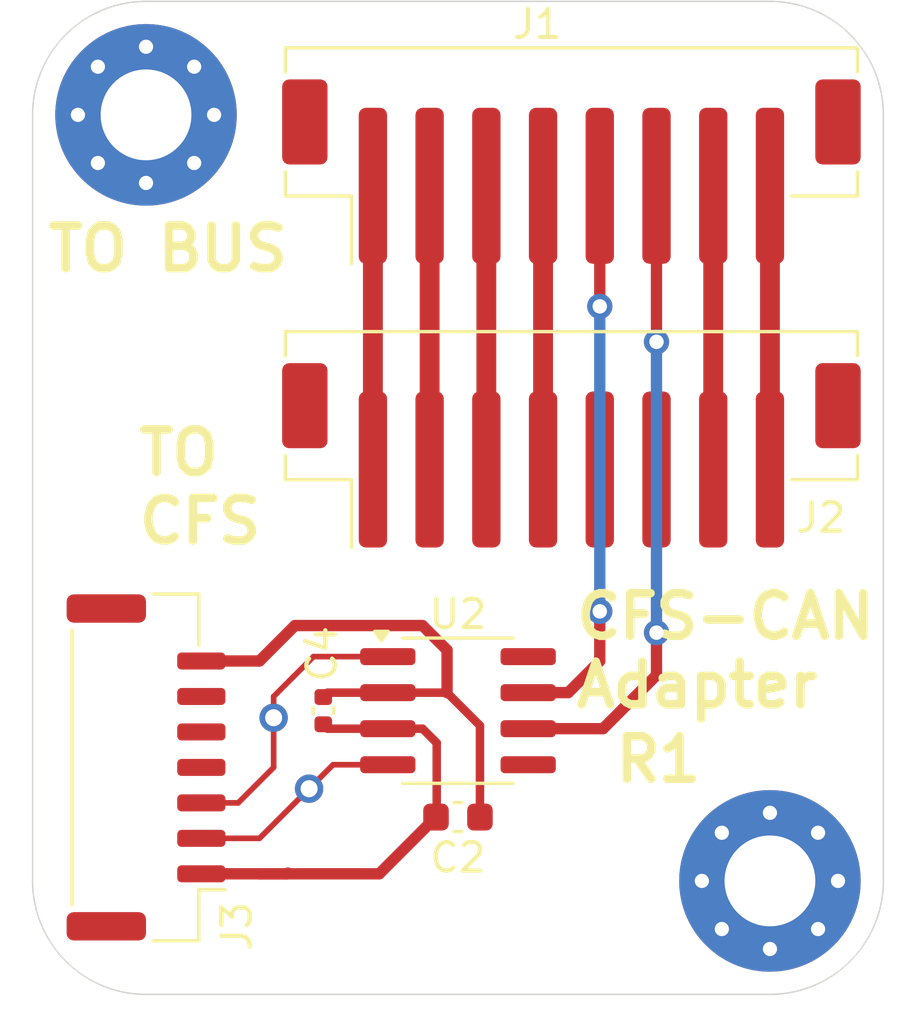
<source format=kicad_pcb>
(kicad_pcb (version 20241229) (generator "pcbnew") (generator_version "9.0")
  (layers (0 "F.Cu" signal) (2 "B.Cu" signal) (13 "F.Paste" user) (15 "B.Paste" user) (5 "F.SilkS" user "F.Silkscreen") (7 "B.SilkS" user "B.Silkscreen") (1 "F.Mask" user) (3 "B.Mask" user) (25 "Edge.Cuts" user))
  (net 0 "")
  (net 1 "/RS485-A")
  (net 2 "Net-(J1-Pin_8)")
  (net 3 "Net-(J1-Pin_2)")
  (net 4 "Net-(J1-Pin_7)")
  (net 5 "/RS485-B")
  (net 6 "Net-(J1-Pin_3)")
  (net 7 "Net-(J1-Pin_4)")
  (net 8 "Net-(J1-Pin_1)")
  (net 12 "3V3")
  (net 14 "GND")
  (net 16 "/CAN0_TX")
  (net 17 "/CAN0_RX")
  (footprint "MountingHole:MountingHole_3.2mm_M3_Pad_Via" (layer "F.Cu") (at 4 -31)
    (property "Reference" "H1" (hide yes))
    (property "Value" "MountingHole")
    (pad "1" thru_hole circle (at -2.4 0) (size 0.8 0.8) (drill 0.5) (layers "*.Cu" "*.Mask"))
    (pad "1" thru_hole circle (at -1.697056 -1.697056) (size 0.8 0.8) (drill 0.5) (layers "*.Cu" "*.Mask"))
    (pad "1" thru_hole circle (at -1.697056 1.697056) (size 0.8 0.8) (drill 0.5) (layers "*.Cu" "*.Mask"))
    (pad "1" thru_hole circle (at 0 -2.4) (size 0.8 0.8) (drill 0.5) (layers "*.Cu" "*.Mask"))
    (pad "1" thru_hole circle (at 0 0) (size 6.4 6.4) (drill 3.2) (layers "*.Cu" "*.Mask"))
    (pad "1" thru_hole circle (at 0 2.4) (size 0.8 0.8) (drill 0.5) (layers "*.Cu" "*.Mask"))
    (pad "1" thru_hole circle (at 1.697056 -1.697056) (size 0.8 0.8) (drill 0.5) (layers "*.Cu" "*.Mask"))
    (pad "1" thru_hole circle (at 1.697056 1.697056) (size 0.8 0.8) (drill 0.5) (layers "*.Cu" "*.Mask"))
    (pad "1" thru_hole circle (at 2.4 0) (size 0.8 0.8) (drill 0.5) (layers "*.Cu" "*.Mask"))
  )
  (footprint "Capacitor_SMD:C_0402_1005Metric" (layer "F.Cu") (at 10.25 -10 -90)
    (property "Reference" "C4" (at -2 0.05 90) (layer "F.SilkS"))
    (property "Value" "1u")
    (fp_line (start -0.107836 0.36) (end 0.107836 0.36) (stroke (width 0.12)) (layer "F.SilkS"))
    (fp_line (start -0.107836 -0.36) (end 0.107836 -0.36) (stroke (width 0.12)) (layer "F.SilkS"))
    (pad "1" smd roundrect (at -0.48 0 270) (size 0.56 0.62) (layers "F.Cu" "F.Mask" "F.Paste") (net 14 "GND"))
    (pad "2" smd roundrect (at 0.48 0 270) (size 0.56 0.62) (layers "F.Cu" "F.Mask" "F.Paste") (net 12 "3V3"))
  )
  (footprint "Connector_JST:JST_GH_BM07B-GHS-TBT_1x07-1MP_P1.25mm_Vertical" (layer "F.Cu") (at 4 -8 90)
    (property "Reference" "J3" (at -5.6 3.2 90) (layer "F.SilkS"))
    (property "Value" "Conn_01x07")
    (fp_line (start -4.84 -2.61) (end 4.84 -2.61) (stroke (width 0.12)) (layer "F.SilkS"))
    (fp_line (start 6.11 0.26) (end 6.11 1.86) (stroke (width 0.12)) (layer "F.SilkS"))
    (fp_line (start -6.11 0.26) (end -6.11 1.86) (stroke (width 0.12)) (layer "F.SilkS"))
    (fp_line (start 6.11 1.86) (end 4.31 1.86) (stroke (width 0.12)) (layer "F.SilkS"))
    (fp_line (start -4.31 1.86) (end -4.31 2.8) (stroke (width 0.12)) (layer "F.SilkS"))
    (fp_line (start -6.11 1.86) (end -4.31 1.86) (stroke (width 0.12)) (layer "F.SilkS"))
    (pad "1" smd roundrect (at -3.75 1.95 90) (size 0.6 1.7) (layers "F.Cu" "F.Mask" "F.Paste") (net 12 "3V3"))
    (pad "2" smd roundrect (at -2.5 1.95 90) (size 0.6 1.7) (layers "F.Cu" "F.Mask" "F.Paste") (net 17 "/CAN0_RX"))
    (pad "3" smd roundrect (at -1.25 1.95 90) (size 0.6 1.7) (layers "F.Cu" "F.Mask" "F.Paste") (net 16 "/CAN0_TX"))
    (pad "4" smd roundrect (at 0 1.95 90) (size 0.6 1.7) (layers "F.Cu" "F.Mask" "F.Paste"))
    (pad "5" smd roundrect (at 1.25 1.95 90) (size 0.6 1.7) (layers "F.Cu" "F.Mask" "F.Paste"))
    (pad "6" smd roundrect (at 2.5 1.95 90) (size 0.6 1.7) (layers "F.Cu" "F.Mask" "F.Paste"))
    (pad "7" smd roundrect (at 3.75 1.95 90) (size 0.6 1.7) (layers "F.Cu" "F.Mask" "F.Paste") (net 14 "GND"))
    (pad "MP" smd roundrect (at -5.6 -1.4 90) (size 1 2.8) (layers "F.Cu" "F.Mask" "F.Paste"))
    (pad "MP" smd roundrect (at 5.6 -1.4 90) (size 1 2.8) (layers "F.Cu" "F.Mask" "F.Paste"))
  )
  (footprint "MountingHole:MountingHole_3.2mm_M3_Pad_Via" (layer "F.Cu") (at 26 -4)
    (property "Reference" "H2" (hide yes))
    (property "Value" "MountingHole")
    (pad "1" thru_hole circle (at -2.4 0) (size 0.8 0.8) (drill 0.5) (layers "*.Cu" "*.Mask"))
    (pad "1" thru_hole circle (at -1.697056 -1.697056) (size 0.8 0.8) (drill 0.5) (layers "*.Cu" "*.Mask"))
    (pad "1" thru_hole circle (at -1.697056 1.697056) (size 0.8 0.8) (drill 0.5) (layers "*.Cu" "*.Mask"))
    (pad "1" thru_hole circle (at 0 -2.4) (size 0.8 0.8) (drill 0.5) (layers "*.Cu" "*.Mask"))
    (pad "1" thru_hole circle (at 0 0) (size 6.4 6.4) (drill 3.2) (layers "*.Cu" "*.Mask"))
    (pad "1" thru_hole circle (at 0 2.4) (size 0.8 0.8) (drill 0.5) (layers "*.Cu" "*.Mask"))
    (pad "1" thru_hole circle (at 1.697056 -1.697056) (size 0.8 0.8) (drill 0.5) (layers "*.Cu" "*.Mask"))
    (pad "1" thru_hole circle (at 1.697056 1.697056) (size 0.8 0.8) (drill 0.5) (layers "*.Cu" "*.Mask"))
    (pad "1" thru_hole circle (at 2.4 0) (size 0.8 0.8) (drill 0.5) (layers "*.Cu" "*.Mask"))
  )
  (footprint "Capacitor_SMD:C_0603_1608Metric" (layer "F.Cu") (at 15 -6.25 180)
    (property "Reference" "C2" (at 0 -1.43 0) (layer "F.SilkS"))
    (property "Value" "2.2u")
    (fp_line (start -0.14058 0.51) (end 0.14058 0.51) (stroke (width 0.12)) (layer "F.SilkS"))
    (fp_line (start -0.14058 -0.51) (end 0.14058 -0.51) (stroke (width 0.12)) (layer "F.SilkS"))
    (pad "1" smd roundrect (at -0.775 0 180) (size 0.9 0.95) (layers "F.Cu" "F.Mask" "F.Paste") (net 14 "GND"))
    (pad "2" smd roundrect (at 0.775 0 180) (size 0.9 0.95) (layers "F.Cu" "F.Mask" "F.Paste") (net 12 "3V3"))
  )
  (footprint "Connector_JST:JST_PH_B8B-PH-SM4-TB_1x08-1MP_P2.00mm_Vertical" (layer "F.Cu") (at 19 -19)
    (property "Reference" "J2" (at 8.8 2.2 0) (layer "F.SilkS"))
    (property "Value" "Conn_01x08")
    (fp_line (start -10.085 -4.36) (end 10.085 -4.36) (stroke (width 0.12)) (layer "F.SilkS"))
    (fp_line (start -10.085 -3.51) (end -10.085 -4.36) (stroke (width 0.12)) (layer "F.SilkS"))
    (fp_line (start -10.085 0.01) (end -10.085 0.86) (stroke (width 0.12)) (layer "F.SilkS"))
    (fp_line (start -10.085 0.86) (end -7.76 0.86) (stroke (width 0.12)) (layer "F.SilkS"))
    (fp_line (start -7.76 0.86) (end -7.76 3.25) (stroke (width 0.12)) (layer "F.SilkS"))
    (fp_line (start 10.085 -4.36) (end 10.085 -3.51) (stroke (width 0.12)) (layer "F.SilkS"))
    (fp_line (start 10.085 0.01) (end 10.085 0.86) (stroke (width 0.12)) (layer "F.SilkS"))
    (fp_line (start 10.085 0.86) (end 7.76 0.86) (stroke (width 0.12)) (layer "F.SilkS"))
    (pad "1" smd roundrect (at -7 0.5) (size 1 5.5) (layers "F.Cu" "F.Mask" "F.Paste") (net 8 "Net-(J1-Pin_1)"))
    (pad "2" smd roundrect (at -5 0.5) (size 1 5.5) (layers "F.Cu" "F.Mask" "F.Paste") (net 3 "Net-(J1-Pin_2)"))
    (pad "3" smd roundrect (at -3 0.5) (size 1 5.5) (layers "F.Cu" "F.Mask" "F.Paste") (net 6 "Net-(J1-Pin_3)"))
    (pad "4" smd roundrect (at -1 0.5) (size 1 5.5) (layers "F.Cu" "F.Mask" "F.Paste") (net 7 "Net-(J1-Pin_4)"))
    (pad "5" smd roundrect (at 1 0.5) (size 1 5.5) (layers "F.Cu" "F.Mask" "F.Paste"))
    (pad "6" smd roundrect (at 3 0.5) (size 1 5.5) (layers "F.Cu" "F.Mask" "F.Paste"))
    (pad "7" smd roundrect (at 5 0.5) (size 1 5.5) (layers "F.Cu" "F.Mask" "F.Paste") (net 4 "Net-(J1-Pin_7)"))
    (pad "8" smd roundrect (at 7 0.5) (size 1 5.5) (layers "F.Cu" "F.Mask" "F.Paste") (net 2 "Net-(J1-Pin_8)"))
    (pad "MP" smd roundrect (at -9.4 -1.75) (size 1.6 3) (layers "F.Cu" "F.Mask" "F.Paste") (roundrect_rratio 0.15625))
    (pad "MP" smd roundrect (at 9.4 -1.75) (size 1.6 3) (layers "F.Cu" "F.Mask" "F.Paste") (roundrect_rratio 0.15625))
  )
  (footprint "Connector_JST:JST_PH_B8B-PH-SM4-TB_1x08-1MP_P2.00mm_Vertical" (layer "F.Cu") (at 19 -29)
    (property "Reference" "J1" (at -1.2 -5.2 0) (layer "F.SilkS"))
    (property "Value" "Conn_01x08")
    (fp_line (start -10.085 -4.36) (end 10.085 -4.36) (stroke (width 0.12)) (layer "F.SilkS"))
    (fp_line (start -10.085 -3.51) (end -10.085 -4.36) (stroke (width 0.12)) (layer "F.SilkS"))
    (fp_line (start -10.085 0.01) (end -10.085 0.86) (stroke (width 0.12)) (layer "F.SilkS"))
    (fp_line (start -10.085 0.86) (end -7.76 0.86) (stroke (width 0.12)) (layer "F.SilkS"))
    (fp_line (start -7.76 0.86) (end -7.76 3.25) (stroke (width 0.12)) (layer "F.SilkS"))
    (fp_line (start 10.085 -4.36) (end 10.085 -3.51) (stroke (width 0.12)) (layer "F.SilkS"))
    (fp_line (start 10.085 0.01) (end 10.085 0.86) (stroke (width 0.12)) (layer "F.SilkS"))
    (fp_line (start 10.085 0.86) (end 7.76 0.86) (stroke (width 0.12)) (layer "F.SilkS"))
    (pad "1" smd roundrect (at -7 0.5) (size 1 5.5) (layers "F.Cu" "F.Mask" "F.Paste") (net 8 "Net-(J1-Pin_1)"))
    (pad "2" smd roundrect (at -5 0.5) (size 1 5.5) (layers "F.Cu" "F.Mask" "F.Paste") (net 3 "Net-(J1-Pin_2)"))
    (pad "3" smd roundrect (at -3 0.5) (size 1 5.5) (layers "F.Cu" "F.Mask" "F.Paste") (net 6 "Net-(J1-Pin_3)"))
    (pad "4" smd roundrect (at -1 0.5) (size 1 5.5) (layers "F.Cu" "F.Mask" "F.Paste") (net 7 "Net-(J1-Pin_4)"))
    (pad "5" smd roundrect (at 1 0.5) (size 1 5.5) (layers "F.Cu" "F.Mask" "F.Paste") (net 1 "/RS485-A"))
    (pad "6" smd roundrect (at 3 0.5) (size 1 5.5) (layers "F.Cu" "F.Mask" "F.Paste") (net 5 "/RS485-B"))
    (pad "7" smd roundrect (at 5 0.5) (size 1 5.5) (layers "F.Cu" "F.Mask" "F.Paste") (net 4 "Net-(J1-Pin_7)"))
    (pad "8" smd roundrect (at 7 0.5) (size 1 5.5) (layers "F.Cu" "F.Mask" "F.Paste") (net 2 "Net-(J1-Pin_8)"))
    (pad "MP" smd roundrect (at -9.4 -1.75) (size 1.6 3) (layers "F.Cu" "F.Mask" "F.Paste") (roundrect_rratio 0.15625))
    (pad "MP" smd roundrect (at 9.4 -1.75) (size 1.6 3) (layers "F.Cu" "F.Mask" "F.Paste") (roundrect_rratio 0.15625))
  )
  (footprint "Package_SO:SOIC-8_3.9x4.9mm_P1.27mm" (layer "F.Cu") (at 15 -10)
    (property "Reference" "U2" (at 0 -3.4 0) (layer "F.SilkS"))
    (property "Value" "TCAN332G")
    (fp_line (start 0 -2.56) (end -1.95 -2.56) (stroke (width 0.12)) (layer "F.SilkS"))
    (fp_line (start 0 -2.56) (end 1.95 -2.56) (stroke (width 0.12)) (layer "F.SilkS"))
    (fp_line (start 0 2.56) (end -1.95 2.56) (stroke (width 0.12)) (layer "F.SilkS"))
    (fp_line (start 0 2.56) (end 1.95 2.56) (stroke (width 0.12)) (layer "F.SilkS"))
    (fp_poly (pts (xy -2.7 -2.465) (xy -2.94 -2.795) (xy -2.46 -2.795) (xy -2.7 -2.465)) (stroke (width 0.12)) (fill yes) (layer "F.SilkS"))
    (pad "1" smd roundrect (at -2.475 -1.905) (size 1.95 0.6) (layers "F.Cu" "F.Mask" "F.Paste") (net 16 "/CAN0_TX"))
    (pad "2" smd roundrect (at -2.475 -0.635) (size 1.95 0.6) (layers "F.Cu" "F.Mask" "F.Paste") (net 14 "GND"))
    (pad "3" smd roundrect (at -2.475 0.635) (size 1.95 0.6) (layers "F.Cu" "F.Mask" "F.Paste") (net 12 "3V3"))
    (pad "4" smd roundrect (at -2.475 1.905) (size 1.95 0.6) (layers "F.Cu" "F.Mask" "F.Paste") (net 17 "/CAN0_RX"))
    (pad "5" smd roundrect (at 2.475 1.905) (size 1.95 0.6) (layers "F.Cu" "F.Mask" "F.Paste"))
    (pad "6" smd roundrect (at 2.475 0.635) (size 1.95 0.6) (layers "F.Cu" "F.Mask" "F.Paste") (net 5 "/RS485-B"))
    (pad "7" smd roundrect (at 2.475 -0.635) (size 1.95 0.6) (layers "F.Cu" "F.Mask" "F.Paste") (net 1 "/RS485-A"))
    (pad "8" smd roundrect (at 2.475 -1.905) (size 1.95 0.6) (layers "F.Cu" "F.Mask" "F.Paste"))
  )
  (gr_line (start 0 -31) (end 0 -4) (stroke (width 0.05)) (layer "Edge.Cuts"))
  (gr_arc (start 26 -35) (mid 28.828427 -33.828427) (end 30 -31) (stroke (width 0.05)) (layer "Edge.Cuts"))
  (gr_arc (start 0 -31) (mid 1.171573 -33.828427) (end 4 -35) (stroke (width 0.05)) (layer "Edge.Cuts"))
  (gr_arc (start 30 -4) (mid 28.828427 -1.171573) (end 26 0) (stroke (width 0.05)) (layer "Edge.Cuts"))
  (gr_arc (start 4 0) (mid 1.171573 -1.171573) (end 0 -4) (stroke (width 0.05)) (layer "Edge.Cuts"))
  (gr_line (start 30 -4) (end 30 -31) (stroke (width 0.05)) (layer "Edge.Cuts"))
  (gr_line (start 26 -35) (end 4 -35) (stroke (width 0.05)) (layer "Edge.Cuts"))
  (gr_line (start 4 0) (end 26 0) (stroke (width 0.05)) (layer "Edge.Cuts"))
  (gr_text "TO\nCFS" (at 3.6 -15.8 0) (layer "F.SilkS") (effects (font (size 1.5 1.5) (thickness 0.3) (bold yes)) (justify left bottom)))
  (gr_text "R1" (at 20.4 -7.4 0) (layer "F.SilkS") (effects (font (size 1.5 1.5) (thickness 0.3) (bold yes)) (justify left bottom)))
  (gr_text "TO BUS" (at 0.4 -25.4 0) (layer "F.SilkS") (effects (font (size 1.5 1.5) (thickness 0.3) (bold yes)) (justify left bottom)))
  (gr_text "CFS-CAN \nAdapter" (at 19.019805 -10.027099 0) (layer "F.SilkS") (effects (font (size 1.5 1.5) (thickness 0.3) (bold yes)) (justify left bottom)))
  (segment (start 17.475 -10.635) (end 18.885 -10.635) (width 0.4) (layer "F.Cu") (net 1))
  (segment (start 18.885 -10.635) (end 20 -11.75) (width 0.4) (layer "F.Cu") (net 1))
  (segment (start 20 -28.5) (end 20 -24.25) (width 0.4) (layer "F.Cu") (net 1))
  (segment (start 20 -11.75) (end 20 -13.5) (width 0.4) (layer "F.Cu") (net 1))
  (via (at 20 -24.25) (size 0.889) (drill 0.508) (layers "F.Cu" "B.Cu") (net 1))
  (via (at 20 -13.5) (size 0.889) (drill 0.508) (layers "F.Cu" "B.Cu") (net 1))
  (segment (start 20 -13.5) (end 20 -24.25) (width 0.4) (layer "B.Cu") (net 1))
  (segment (start 26 -28.5) (end 26 -18.5) (width 0.7) (layer "F.Cu") (net 2))
  (segment (start 14 -28.5) (end 14 -18.5) (width 0.7) (layer "F.Cu") (net 3))
  (segment (start 24 -28.5) (end 24 -18.5) (width 0.7) (layer "F.Cu") (net 4))
  (segment (start 20.115 -9.365) (end 21.5 -10.75) (width 0.4) (layer "F.Cu") (net 5))
  (segment (start 22 -11.25) (end 22 -12.75) (width 0.4) (layer "F.Cu") (net 5))
  (segment (start 21.5 -10.75) (end 22 -11.25) (width 0.4) (layer "F.Cu") (net 5))
  (segment (start 22 -28.5) (end 22 -23) (width 0.4) (layer "F.Cu") (net 5))
  (segment (start 17.475 -9.365) (end 20.115 -9.365) (width 0.4) (layer "F.Cu") (net 5))
  (via (at 22 -23) (size 0.889) (drill 0.508) (layers "F.Cu" "B.Cu") (net 5))
  (via (at 22 -12.75) (size 0.889) (drill 0.508) (layers "F.Cu" "B.Cu") (net 5))
  (segment (start 22 -23) (end 22 -12.75) (width 0.4) (layer "B.Cu") (net 5))
  (segment (start 16 -28.5) (end 16 -18.5) (width 0.7) (layer "F.Cu") (net 6))
  (segment (start 18 -28.5) (end 18 -18.5) (width 0.7) (layer "F.Cu") (net 7))
  (segment (start 12 -28.5) (end 12 -18.5) (width 0.7) (layer "F.Cu") (net 8))
  (segment (start 14.225 -6.25) (end 14.25 -6.275) (width 0.3) (layer "F.Cu") (net 12))
  (segment (start 8.975 -4.25) (end 9 -4.275) (width 0.4) (layer "F.Cu") (net 12))
  (segment (start 14.25 -6.275) (end 14.25 -8.865) (width 0.3) (layer "F.Cu") (net 12))
  (segment (start 8 -4.25) (end 8.975 -4.25) (width 0.4) (layer "F.Cu") (net 12))
  (segment (start 13.75 -9.365) (end 12.525 -9.365) (width 0.3) (layer "F.Cu") (net 12))
  (segment (start 8 -4.25) (end 12.225 -4.25) (width 0.4) (layer "F.Cu") (net 12))
  (segment (start 12.225 -4.25) (end 14.225 -6.25) (width 0.4) (layer "F.Cu") (net 12))
  (segment (start 12.525 -9.365) (end 10.405 -9.365) (width 0.3) (layer "F.Cu") (net 12))
  (segment (start 10.405 -9.365) (end 10.25 -9.52) (width 0.3) (layer "F.Cu") (net 12))
  (segment (start 5.95 -4.25) (end 8 -4.25) (width 0.4) (layer "F.Cu") (net 12))
  (segment (start 14.25 -8.865) (end 13.75 -9.365) (width 0.3) (layer "F.Cu") (net 12))
  (segment (start 14.615 -10.635) (end 14.615 -12.135) (width 0.4) (layer "F.Cu") (net 14))
  (segment (start 14.615 -10.635) (end 15.775 -9.475) (width 0.3) (layer "F.Cu") (net 14))
  (segment (start 12.525 -10.635) (end 14.615 -10.635) (width 0.3) (layer "F.Cu") (net 14))
  (segment (start 12.525 -10.635) (end 10.405 -10.635) (width 0.3) (layer "F.Cu") (net 14))
  (segment (start 5.95 -11.75) (end 8 -11.75) (width 0.4) (layer "F.Cu") (net 14))
  (segment (start 8 -11.75) (end 9.25 -13) (width 0.4) (layer "F.Cu") (net 14))
  (segment (start 10.405 -10.635) (end 10.25 -10.48) (width 0.3) (layer "F.Cu") (net 14))
  (segment (start 15.775 -9.475) (end 15.775 -6.25) (width 0.3) (layer "F.Cu") (net 14))
  (segment (start 14.615 -12.135) (end 13.75 -13) (width 0.4) (layer "F.Cu") (net 14))
  (segment (start 9.25 -13) (end 13.75 -13) (width 0.4) (layer "F.Cu") (net 14))
  (segment (start 9.905 -11.905) (end 8.5 -10.5) (width 0.2) (layer "F.Cu") (net 16))
  (segment (start 12.525 -11.905) (end 9.905 -11.905) (width 0.2) (layer "F.Cu") (net 16))
  (segment (start 7.25 -6.75) (end 5.95 -6.75) (width 0.2) (layer "F.Cu") (net 16))
  (segment (start 8.5 -10.5) (end 8.5 -8) (width 0.2) (layer "F.Cu") (net 16))
  (segment (start 8.5 -8) (end 7.25 -6.75) (width 0.2) (layer "F.Cu") (net 16))
  (via (at 8.5 -9.75) (size 1) (drill 0.6) (layers "F.Cu" "B.Cu") (net 16))
  (segment (start 5.95 -5.5) (end 8 -5.5) (width 0.2) (layer "F.Cu") (net 17))
  (segment (start 10.595 -8.095) (end 12.525 -8.095) (width 0.2) (layer "F.Cu") (net 17))
  (segment (start 8 -5.5) (end 10.595 -8.095) (width 0.2) (layer "F.Cu") (net 17))
  (via (at 9.75 -7.25) (size 1) (drill 0.6) (layers "F.Cu" "B.Cu") (net 17))
)
</source>
